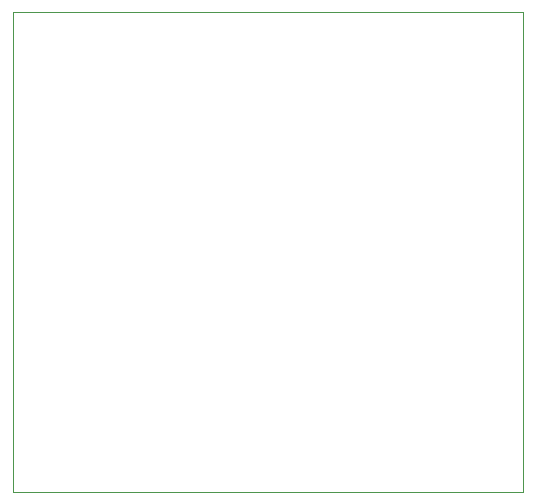
<source format=gbr>
%TF.GenerationSoftware,KiCad,Pcbnew,5.1.9*%
%TF.CreationDate,2021-04-12T02:58:06-04:00*%
%TF.ProjectId,rog_tri-vibe,726f675f-7472-4692-9d76-6962652e6b69,rev?*%
%TF.SameCoordinates,Original*%
%TF.FileFunction,Profile,NP*%
%FSLAX46Y46*%
G04 Gerber Fmt 4.6, Leading zero omitted, Abs format (unit mm)*
G04 Created by KiCad (PCBNEW 5.1.9) date 2021-04-12 02:58:06*
%MOMM*%
%LPD*%
G01*
G04 APERTURE LIST*
%TA.AperFunction,Profile*%
%ADD10C,0.050000*%
%TD*%
G04 APERTURE END LIST*
D10*
X171704000Y-72898000D02*
X128524000Y-72898000D01*
X171704000Y-113538000D02*
X171704000Y-72898000D01*
X128524000Y-113538000D02*
X171704000Y-113538000D01*
X128524000Y-72898000D02*
X128524000Y-113538000D01*
M02*

</source>
